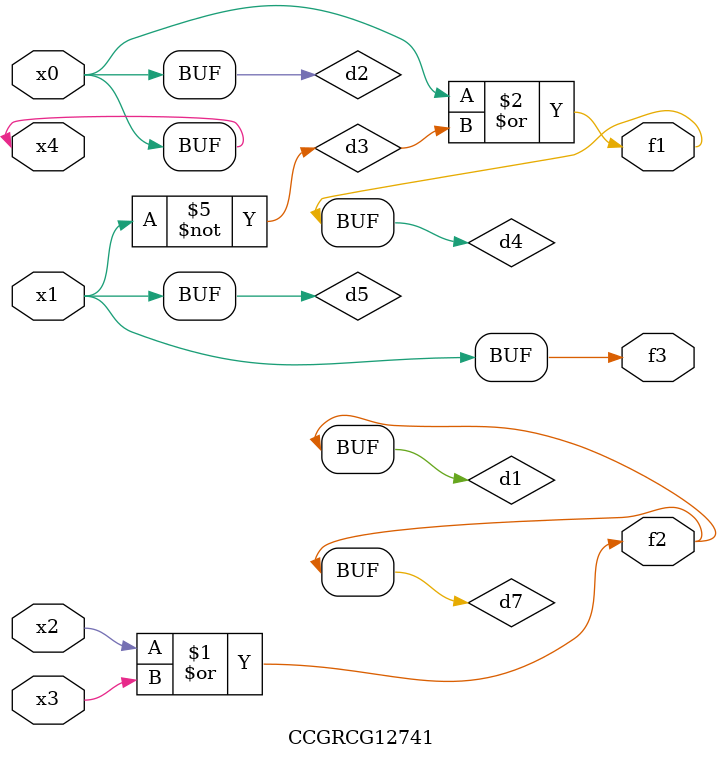
<source format=v>
module CCGRCG12741(
	input x0, x1, x2, x3, x4,
	output f1, f2, f3
);

	wire d1, d2, d3, d4, d5, d6, d7;

	or (d1, x2, x3);
	buf (d2, x0, x4);
	not (d3, x1);
	or (d4, d2, d3);
	not (d5, d3);
	nand (d6, d1, d3);
	or (d7, d1);
	assign f1 = d4;
	assign f2 = d7;
	assign f3 = d5;
endmodule

</source>
